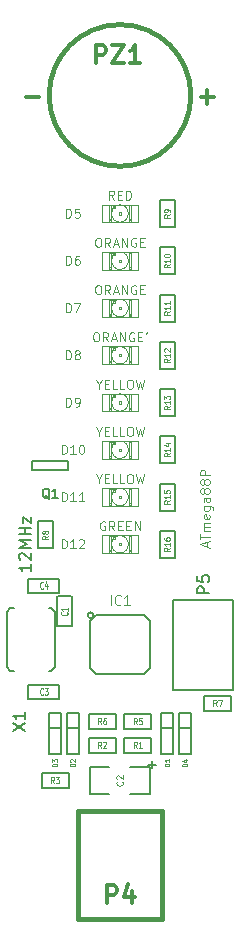
<source format=gto>
G04 (created by PCBNEW (2013-mar-13)-testing) date Tue 11 Jun 2013 07:31:46 PM NZST*
%MOIN*%
G04 Gerber Fmt 3.4, Leading zero omitted, Abs format*
%FSLAX34Y34*%
G01*
G70*
G90*
G04 APERTURE LIST*
%ADD10C,0.005906*%
%ADD11C,0.008000*%
%ADD12C,0.005000*%
%ADD13C,0.002600*%
%ADD14C,0.004000*%
%ADD15C,0.007874*%
%ADD16C,0.015000*%
%ADD17C,0.003900*%
%ADD18C,0.004300*%
%ADD19C,0.003500*%
%ADD20C,0.003937*%
%ADD21C,0.012000*%
%ADD22C,0.004500*%
%ADD23C,0.007500*%
G04 APERTURE END LIST*
G54D10*
G54D11*
X35251Y-38460D02*
X35251Y-41460D01*
X33251Y-41460D02*
X33251Y-38460D01*
X33251Y-38460D02*
X35251Y-38460D01*
X35251Y-41460D02*
X33251Y-41460D01*
G54D12*
X29881Y-39350D02*
X29881Y-38346D01*
X29409Y-38326D02*
X29409Y-39350D01*
X29409Y-39350D02*
X29881Y-39350D01*
X29413Y-38337D02*
X29873Y-38337D01*
X32566Y-43848D02*
X32566Y-44088D01*
X32686Y-43968D02*
X32436Y-43968D01*
X30496Y-44038D02*
X30496Y-44938D01*
X30496Y-44938D02*
X31146Y-44938D01*
X31846Y-44038D02*
X32496Y-44038D01*
X32496Y-44038D02*
X32496Y-44938D01*
X32496Y-44938D02*
X31846Y-44938D01*
X31146Y-44038D02*
X30496Y-44038D01*
X29449Y-41299D02*
X28445Y-41299D01*
X28425Y-41771D02*
X29449Y-41771D01*
X29449Y-41771D02*
X29449Y-41299D01*
X28436Y-41767D02*
X28436Y-41307D01*
X29449Y-37756D02*
X28445Y-37756D01*
X28425Y-38228D02*
X29449Y-38228D01*
X29449Y-38228D02*
X29449Y-37756D01*
X28436Y-38224D02*
X28436Y-37764D01*
G54D13*
X31535Y-25551D02*
X31457Y-25551D01*
X31457Y-25551D02*
X31457Y-25629D01*
X31535Y-25629D02*
X31457Y-25629D01*
X31535Y-25551D02*
X31535Y-25629D01*
X31319Y-25315D02*
X31182Y-25315D01*
X31182Y-25315D02*
X31182Y-25413D01*
X31319Y-25413D02*
X31182Y-25413D01*
X31319Y-25315D02*
X31319Y-25413D01*
X31182Y-25315D02*
X31142Y-25315D01*
X31142Y-25315D02*
X31142Y-25786D01*
X31182Y-25786D02*
X31142Y-25786D01*
X31182Y-25315D02*
X31182Y-25786D01*
X31182Y-25806D02*
X31142Y-25806D01*
X31142Y-25806D02*
X31142Y-25865D01*
X31182Y-25865D02*
X31142Y-25865D01*
X31182Y-25806D02*
X31182Y-25865D01*
X31850Y-25315D02*
X31810Y-25315D01*
X31810Y-25315D02*
X31810Y-25786D01*
X31850Y-25786D02*
X31810Y-25786D01*
X31850Y-25315D02*
X31850Y-25786D01*
X31850Y-25806D02*
X31810Y-25806D01*
X31810Y-25806D02*
X31810Y-25865D01*
X31850Y-25865D02*
X31810Y-25865D01*
X31850Y-25806D02*
X31850Y-25865D01*
X31319Y-25315D02*
X31260Y-25315D01*
X31260Y-25315D02*
X31260Y-25413D01*
X31319Y-25413D02*
X31260Y-25413D01*
X31319Y-25315D02*
X31319Y-25413D01*
G54D14*
X30886Y-25295D02*
X32106Y-25295D01*
X32106Y-25295D02*
X32106Y-25885D01*
X32106Y-25885D02*
X30886Y-25885D01*
X30886Y-25885D02*
X30886Y-25295D01*
X31711Y-25393D02*
G75*
G03X31280Y-25394I-215J-196D01*
G74*
G01*
X31711Y-25786D02*
G75*
G03X31712Y-25394I-215J196D01*
G74*
G01*
X31280Y-25787D02*
G75*
G03X31712Y-25786I215J196D01*
G74*
G01*
X31280Y-25394D02*
G75*
G03X31280Y-25786I215J-196D01*
G74*
G01*
G54D13*
X31535Y-27126D02*
X31457Y-27126D01*
X31457Y-27126D02*
X31457Y-27204D01*
X31535Y-27204D02*
X31457Y-27204D01*
X31535Y-27126D02*
X31535Y-27204D01*
X31319Y-26890D02*
X31182Y-26890D01*
X31182Y-26890D02*
X31182Y-26988D01*
X31319Y-26988D02*
X31182Y-26988D01*
X31319Y-26890D02*
X31319Y-26988D01*
X31182Y-26890D02*
X31142Y-26890D01*
X31142Y-26890D02*
X31142Y-27361D01*
X31182Y-27361D02*
X31142Y-27361D01*
X31182Y-26890D02*
X31182Y-27361D01*
X31182Y-27381D02*
X31142Y-27381D01*
X31142Y-27381D02*
X31142Y-27440D01*
X31182Y-27440D02*
X31142Y-27440D01*
X31182Y-27381D02*
X31182Y-27440D01*
X31850Y-26890D02*
X31810Y-26890D01*
X31810Y-26890D02*
X31810Y-27361D01*
X31850Y-27361D02*
X31810Y-27361D01*
X31850Y-26890D02*
X31850Y-27361D01*
X31850Y-27381D02*
X31810Y-27381D01*
X31810Y-27381D02*
X31810Y-27440D01*
X31850Y-27440D02*
X31810Y-27440D01*
X31850Y-27381D02*
X31850Y-27440D01*
X31319Y-26890D02*
X31260Y-26890D01*
X31260Y-26890D02*
X31260Y-26988D01*
X31319Y-26988D02*
X31260Y-26988D01*
X31319Y-26890D02*
X31319Y-26988D01*
G54D14*
X30886Y-26870D02*
X32106Y-26870D01*
X32106Y-26870D02*
X32106Y-27460D01*
X32106Y-27460D02*
X30886Y-27460D01*
X30886Y-27460D02*
X30886Y-26870D01*
X31711Y-26968D02*
G75*
G03X31280Y-26969I-215J-196D01*
G74*
G01*
X31711Y-27361D02*
G75*
G03X31712Y-26969I-215J196D01*
G74*
G01*
X31280Y-27361D02*
G75*
G03X31712Y-27361I215J196D01*
G74*
G01*
X31280Y-26969D02*
G75*
G03X31280Y-27361I215J-196D01*
G74*
G01*
G54D13*
X31535Y-28701D02*
X31457Y-28701D01*
X31457Y-28701D02*
X31457Y-28779D01*
X31535Y-28779D02*
X31457Y-28779D01*
X31535Y-28701D02*
X31535Y-28779D01*
X31319Y-28465D02*
X31182Y-28465D01*
X31182Y-28465D02*
X31182Y-28563D01*
X31319Y-28563D02*
X31182Y-28563D01*
X31319Y-28465D02*
X31319Y-28563D01*
X31182Y-28465D02*
X31142Y-28465D01*
X31142Y-28465D02*
X31142Y-28936D01*
X31182Y-28936D02*
X31142Y-28936D01*
X31182Y-28465D02*
X31182Y-28936D01*
X31182Y-28956D02*
X31142Y-28956D01*
X31142Y-28956D02*
X31142Y-29015D01*
X31182Y-29015D02*
X31142Y-29015D01*
X31182Y-28956D02*
X31182Y-29015D01*
X31850Y-28465D02*
X31810Y-28465D01*
X31810Y-28465D02*
X31810Y-28936D01*
X31850Y-28936D02*
X31810Y-28936D01*
X31850Y-28465D02*
X31850Y-28936D01*
X31850Y-28956D02*
X31810Y-28956D01*
X31810Y-28956D02*
X31810Y-29015D01*
X31850Y-29015D02*
X31810Y-29015D01*
X31850Y-28956D02*
X31850Y-29015D01*
X31319Y-28465D02*
X31260Y-28465D01*
X31260Y-28465D02*
X31260Y-28563D01*
X31319Y-28563D02*
X31260Y-28563D01*
X31319Y-28465D02*
X31319Y-28563D01*
G54D14*
X30886Y-28445D02*
X32106Y-28445D01*
X32106Y-28445D02*
X32106Y-29035D01*
X32106Y-29035D02*
X30886Y-29035D01*
X30886Y-29035D02*
X30886Y-28445D01*
X31711Y-28543D02*
G75*
G03X31280Y-28544I-215J-196D01*
G74*
G01*
X31711Y-28936D02*
G75*
G03X31712Y-28544I-215J196D01*
G74*
G01*
X31280Y-28936D02*
G75*
G03X31712Y-28936I215J196D01*
G74*
G01*
X31280Y-28543D02*
G75*
G03X31280Y-28936I215J-196D01*
G74*
G01*
G54D13*
X31535Y-30275D02*
X31457Y-30275D01*
X31457Y-30275D02*
X31457Y-30353D01*
X31535Y-30353D02*
X31457Y-30353D01*
X31535Y-30275D02*
X31535Y-30353D01*
X31319Y-30039D02*
X31182Y-30039D01*
X31182Y-30039D02*
X31182Y-30137D01*
X31319Y-30137D02*
X31182Y-30137D01*
X31319Y-30039D02*
X31319Y-30137D01*
X31182Y-30039D02*
X31142Y-30039D01*
X31142Y-30039D02*
X31142Y-30510D01*
X31182Y-30510D02*
X31142Y-30510D01*
X31182Y-30039D02*
X31182Y-30510D01*
X31182Y-30530D02*
X31142Y-30530D01*
X31142Y-30530D02*
X31142Y-30589D01*
X31182Y-30589D02*
X31142Y-30589D01*
X31182Y-30530D02*
X31182Y-30589D01*
X31850Y-30039D02*
X31810Y-30039D01*
X31810Y-30039D02*
X31810Y-30510D01*
X31850Y-30510D02*
X31810Y-30510D01*
X31850Y-30039D02*
X31850Y-30510D01*
X31850Y-30530D02*
X31810Y-30530D01*
X31810Y-30530D02*
X31810Y-30589D01*
X31850Y-30589D02*
X31810Y-30589D01*
X31850Y-30530D02*
X31850Y-30589D01*
X31319Y-30039D02*
X31260Y-30039D01*
X31260Y-30039D02*
X31260Y-30137D01*
X31319Y-30137D02*
X31260Y-30137D01*
X31319Y-30039D02*
X31319Y-30137D01*
G54D14*
X30886Y-30019D02*
X32106Y-30019D01*
X32106Y-30019D02*
X32106Y-30609D01*
X32106Y-30609D02*
X30886Y-30609D01*
X30886Y-30609D02*
X30886Y-30019D01*
X31711Y-30118D02*
G75*
G03X31280Y-30118I-215J-196D01*
G74*
G01*
X31711Y-30511D02*
G75*
G03X31712Y-30118I-215J196D01*
G74*
G01*
X31280Y-30511D02*
G75*
G03X31712Y-30510I215J196D01*
G74*
G01*
X31280Y-30118D02*
G75*
G03X31280Y-30510I215J-196D01*
G74*
G01*
G54D13*
X31535Y-31850D02*
X31457Y-31850D01*
X31457Y-31850D02*
X31457Y-31928D01*
X31535Y-31928D02*
X31457Y-31928D01*
X31535Y-31850D02*
X31535Y-31928D01*
X31319Y-31614D02*
X31182Y-31614D01*
X31182Y-31614D02*
X31182Y-31712D01*
X31319Y-31712D02*
X31182Y-31712D01*
X31319Y-31614D02*
X31319Y-31712D01*
X31182Y-31614D02*
X31142Y-31614D01*
X31142Y-31614D02*
X31142Y-32085D01*
X31182Y-32085D02*
X31142Y-32085D01*
X31182Y-31614D02*
X31182Y-32085D01*
X31182Y-32105D02*
X31142Y-32105D01*
X31142Y-32105D02*
X31142Y-32164D01*
X31182Y-32164D02*
X31142Y-32164D01*
X31182Y-32105D02*
X31182Y-32164D01*
X31850Y-31614D02*
X31810Y-31614D01*
X31810Y-31614D02*
X31810Y-32085D01*
X31850Y-32085D02*
X31810Y-32085D01*
X31850Y-31614D02*
X31850Y-32085D01*
X31850Y-32105D02*
X31810Y-32105D01*
X31810Y-32105D02*
X31810Y-32164D01*
X31850Y-32164D02*
X31810Y-32164D01*
X31850Y-32105D02*
X31850Y-32164D01*
X31319Y-31614D02*
X31260Y-31614D01*
X31260Y-31614D02*
X31260Y-31712D01*
X31319Y-31712D02*
X31260Y-31712D01*
X31319Y-31614D02*
X31319Y-31712D01*
G54D14*
X30886Y-31594D02*
X32106Y-31594D01*
X32106Y-31594D02*
X32106Y-32184D01*
X32106Y-32184D02*
X30886Y-32184D01*
X30886Y-32184D02*
X30886Y-31594D01*
X31711Y-31693D02*
G75*
G03X31280Y-31693I-215J-196D01*
G74*
G01*
X31711Y-32085D02*
G75*
G03X31712Y-31693I-215J196D01*
G74*
G01*
X31280Y-32086D02*
G75*
G03X31712Y-32085I215J196D01*
G74*
G01*
X31280Y-31693D02*
G75*
G03X31280Y-32085I215J-196D01*
G74*
G01*
G54D13*
X31535Y-33425D02*
X31457Y-33425D01*
X31457Y-33425D02*
X31457Y-33503D01*
X31535Y-33503D02*
X31457Y-33503D01*
X31535Y-33425D02*
X31535Y-33503D01*
X31319Y-33189D02*
X31182Y-33189D01*
X31182Y-33189D02*
X31182Y-33287D01*
X31319Y-33287D02*
X31182Y-33287D01*
X31319Y-33189D02*
X31319Y-33287D01*
X31182Y-33189D02*
X31142Y-33189D01*
X31142Y-33189D02*
X31142Y-33660D01*
X31182Y-33660D02*
X31142Y-33660D01*
X31182Y-33189D02*
X31182Y-33660D01*
X31182Y-33680D02*
X31142Y-33680D01*
X31142Y-33680D02*
X31142Y-33739D01*
X31182Y-33739D02*
X31142Y-33739D01*
X31182Y-33680D02*
X31182Y-33739D01*
X31850Y-33189D02*
X31810Y-33189D01*
X31810Y-33189D02*
X31810Y-33660D01*
X31850Y-33660D02*
X31810Y-33660D01*
X31850Y-33189D02*
X31850Y-33660D01*
X31850Y-33680D02*
X31810Y-33680D01*
X31810Y-33680D02*
X31810Y-33739D01*
X31850Y-33739D02*
X31810Y-33739D01*
X31850Y-33680D02*
X31850Y-33739D01*
X31319Y-33189D02*
X31260Y-33189D01*
X31260Y-33189D02*
X31260Y-33287D01*
X31319Y-33287D02*
X31260Y-33287D01*
X31319Y-33189D02*
X31319Y-33287D01*
G54D14*
X30886Y-33169D02*
X32106Y-33169D01*
X32106Y-33169D02*
X32106Y-33759D01*
X32106Y-33759D02*
X30886Y-33759D01*
X30886Y-33759D02*
X30886Y-33169D01*
X31711Y-33267D02*
G75*
G03X31280Y-33268I-215J-196D01*
G74*
G01*
X31711Y-33660D02*
G75*
G03X31712Y-33268I-215J196D01*
G74*
G01*
X31280Y-33661D02*
G75*
G03X31712Y-33660I215J196D01*
G74*
G01*
X31280Y-33268D02*
G75*
G03X31280Y-33660I215J-196D01*
G74*
G01*
G54D13*
X31535Y-35000D02*
X31457Y-35000D01*
X31457Y-35000D02*
X31457Y-35078D01*
X31535Y-35078D02*
X31457Y-35078D01*
X31535Y-35000D02*
X31535Y-35078D01*
X31319Y-34764D02*
X31182Y-34764D01*
X31182Y-34764D02*
X31182Y-34862D01*
X31319Y-34862D02*
X31182Y-34862D01*
X31319Y-34764D02*
X31319Y-34862D01*
X31182Y-34764D02*
X31142Y-34764D01*
X31142Y-34764D02*
X31142Y-35235D01*
X31182Y-35235D02*
X31142Y-35235D01*
X31182Y-34764D02*
X31182Y-35235D01*
X31182Y-35255D02*
X31142Y-35255D01*
X31142Y-35255D02*
X31142Y-35314D01*
X31182Y-35314D02*
X31142Y-35314D01*
X31182Y-35255D02*
X31182Y-35314D01*
X31850Y-34764D02*
X31810Y-34764D01*
X31810Y-34764D02*
X31810Y-35235D01*
X31850Y-35235D02*
X31810Y-35235D01*
X31850Y-34764D02*
X31850Y-35235D01*
X31850Y-35255D02*
X31810Y-35255D01*
X31810Y-35255D02*
X31810Y-35314D01*
X31850Y-35314D02*
X31810Y-35314D01*
X31850Y-35255D02*
X31850Y-35314D01*
X31319Y-34764D02*
X31260Y-34764D01*
X31260Y-34764D02*
X31260Y-34862D01*
X31319Y-34862D02*
X31260Y-34862D01*
X31319Y-34764D02*
X31319Y-34862D01*
G54D14*
X30886Y-34744D02*
X32106Y-34744D01*
X32106Y-34744D02*
X32106Y-35334D01*
X32106Y-35334D02*
X30886Y-35334D01*
X30886Y-35334D02*
X30886Y-34744D01*
X31711Y-34842D02*
G75*
G03X31280Y-34843I-215J-196D01*
G74*
G01*
X31711Y-35235D02*
G75*
G03X31712Y-34843I-215J196D01*
G74*
G01*
X31280Y-35235D02*
G75*
G03X31712Y-35235I215J196D01*
G74*
G01*
X31280Y-34843D02*
G75*
G03X31280Y-35235I215J-196D01*
G74*
G01*
G54D13*
X31535Y-36575D02*
X31457Y-36575D01*
X31457Y-36575D02*
X31457Y-36653D01*
X31535Y-36653D02*
X31457Y-36653D01*
X31535Y-36575D02*
X31535Y-36653D01*
X31319Y-36339D02*
X31182Y-36339D01*
X31182Y-36339D02*
X31182Y-36437D01*
X31319Y-36437D02*
X31182Y-36437D01*
X31319Y-36339D02*
X31319Y-36437D01*
X31182Y-36339D02*
X31142Y-36339D01*
X31142Y-36339D02*
X31142Y-36810D01*
X31182Y-36810D02*
X31142Y-36810D01*
X31182Y-36339D02*
X31182Y-36810D01*
X31182Y-36830D02*
X31142Y-36830D01*
X31142Y-36830D02*
X31142Y-36889D01*
X31182Y-36889D02*
X31142Y-36889D01*
X31182Y-36830D02*
X31182Y-36889D01*
X31850Y-36339D02*
X31810Y-36339D01*
X31810Y-36339D02*
X31810Y-36810D01*
X31850Y-36810D02*
X31810Y-36810D01*
X31850Y-36339D02*
X31850Y-36810D01*
X31850Y-36830D02*
X31810Y-36830D01*
X31810Y-36830D02*
X31810Y-36889D01*
X31850Y-36889D02*
X31810Y-36889D01*
X31850Y-36830D02*
X31850Y-36889D01*
X31319Y-36339D02*
X31260Y-36339D01*
X31260Y-36339D02*
X31260Y-36437D01*
X31319Y-36437D02*
X31260Y-36437D01*
X31319Y-36339D02*
X31319Y-36437D01*
G54D14*
X30886Y-36319D02*
X32106Y-36319D01*
X32106Y-36319D02*
X32106Y-36909D01*
X32106Y-36909D02*
X30886Y-36909D01*
X30886Y-36909D02*
X30886Y-36319D01*
X31711Y-36417D02*
G75*
G03X31280Y-36418I-215J-196D01*
G74*
G01*
X31711Y-36810D02*
G75*
G03X31712Y-36418I-215J196D01*
G74*
G01*
X31280Y-36810D02*
G75*
G03X31712Y-36810I215J196D01*
G74*
G01*
X31280Y-36417D02*
G75*
G03X31280Y-36810I215J-196D01*
G74*
G01*
G54D15*
X30610Y-38976D02*
G75*
G03X30610Y-38976I-98J0D01*
G74*
G01*
X30708Y-38976D02*
X32283Y-38976D01*
X32283Y-38976D02*
X32480Y-39173D01*
X32480Y-39173D02*
X32480Y-40748D01*
X32480Y-40748D02*
X32283Y-40944D01*
X32283Y-40944D02*
X30708Y-40944D01*
X30708Y-40944D02*
X30511Y-40748D01*
X30511Y-40748D02*
X30511Y-39173D01*
X30511Y-39173D02*
X30708Y-38976D01*
G54D16*
X32894Y-45492D02*
X30098Y-45492D01*
X30098Y-45492D02*
X30098Y-49114D01*
X30098Y-49114D02*
X32894Y-49114D01*
X32894Y-49114D02*
X32894Y-45492D01*
X33858Y-21653D02*
G75*
G03X33858Y-21653I-2362J0D01*
G74*
G01*
G54D12*
X32536Y-43557D02*
X31636Y-43557D01*
X31636Y-43557D02*
X31636Y-43057D01*
X31636Y-43057D02*
X32536Y-43057D01*
X32536Y-43057D02*
X32536Y-43557D01*
X30455Y-43057D02*
X31355Y-43057D01*
X31355Y-43057D02*
X31355Y-43557D01*
X31355Y-43557D02*
X30455Y-43557D01*
X30455Y-43557D02*
X30455Y-43057D01*
X29780Y-44738D02*
X28880Y-44738D01*
X28880Y-44738D02*
X28880Y-44238D01*
X28880Y-44238D02*
X29780Y-44238D01*
X29780Y-44238D02*
X29780Y-44738D01*
X31636Y-42269D02*
X32536Y-42269D01*
X32536Y-42269D02*
X32536Y-42769D01*
X32536Y-42769D02*
X31636Y-42769D01*
X31636Y-42769D02*
X31636Y-42269D01*
X31355Y-42769D02*
X30455Y-42769D01*
X30455Y-42769D02*
X30455Y-42269D01*
X30455Y-42269D02*
X31355Y-42269D01*
X31355Y-42269D02*
X31355Y-42769D01*
X34294Y-41659D02*
X35194Y-41659D01*
X35194Y-41659D02*
X35194Y-42159D01*
X35194Y-42159D02*
X34294Y-42159D01*
X34294Y-42159D02*
X34294Y-41659D01*
X29265Y-35849D02*
X29265Y-36749D01*
X29265Y-36749D02*
X28765Y-36749D01*
X28765Y-36749D02*
X28765Y-35849D01*
X28765Y-35849D02*
X29265Y-35849D01*
X33320Y-25140D02*
X33320Y-26040D01*
X33320Y-26040D02*
X32820Y-26040D01*
X32820Y-26040D02*
X32820Y-25140D01*
X32820Y-25140D02*
X33320Y-25140D01*
X33320Y-26715D02*
X33320Y-27615D01*
X33320Y-27615D02*
X32820Y-27615D01*
X32820Y-27615D02*
X32820Y-26715D01*
X32820Y-26715D02*
X33320Y-26715D01*
X33320Y-28290D02*
X33320Y-29190D01*
X33320Y-29190D02*
X32820Y-29190D01*
X32820Y-29190D02*
X32820Y-28290D01*
X32820Y-28290D02*
X33320Y-28290D01*
X33320Y-29864D02*
X33320Y-30764D01*
X33320Y-30764D02*
X32820Y-30764D01*
X32820Y-30764D02*
X32820Y-29864D01*
X32820Y-29864D02*
X33320Y-29864D01*
X33320Y-31439D02*
X33320Y-32339D01*
X33320Y-32339D02*
X32820Y-32339D01*
X32820Y-32339D02*
X32820Y-31439D01*
X32820Y-31439D02*
X33320Y-31439D01*
X33320Y-33014D02*
X33320Y-33914D01*
X33320Y-33914D02*
X32820Y-33914D01*
X32820Y-33914D02*
X32820Y-33014D01*
X32820Y-33014D02*
X33320Y-33014D01*
X33320Y-34589D02*
X33320Y-35489D01*
X33320Y-35489D02*
X32820Y-35489D01*
X32820Y-35489D02*
X32820Y-34589D01*
X32820Y-34589D02*
X33320Y-34589D01*
X33320Y-36164D02*
X33320Y-37064D01*
X33320Y-37064D02*
X32820Y-37064D01*
X32820Y-37064D02*
X32820Y-36164D01*
X32820Y-36164D02*
X33320Y-36164D01*
X32870Y-42753D02*
X33270Y-42753D01*
X32870Y-43613D02*
X32870Y-42233D01*
X32870Y-42233D02*
X33270Y-42233D01*
X33270Y-42233D02*
X33270Y-43613D01*
X33270Y-43613D02*
X32870Y-43613D01*
X29721Y-42753D02*
X30121Y-42753D01*
X29721Y-43613D02*
X29721Y-42233D01*
X29721Y-42233D02*
X30121Y-42233D01*
X30121Y-42233D02*
X30121Y-43613D01*
X30121Y-43613D02*
X29721Y-43613D01*
X29130Y-42753D02*
X29530Y-42753D01*
X29130Y-43613D02*
X29130Y-42233D01*
X29130Y-42233D02*
X29530Y-42233D01*
X29530Y-42233D02*
X29530Y-43613D01*
X29530Y-43613D02*
X29130Y-43613D01*
X33461Y-42753D02*
X33861Y-42753D01*
X33461Y-43613D02*
X33461Y-42233D01*
X33461Y-42233D02*
X33861Y-42233D01*
X33861Y-42233D02*
X33861Y-43613D01*
X33861Y-43613D02*
X33461Y-43613D01*
G54D10*
X27834Y-40826D02*
X27952Y-40826D01*
X27834Y-38740D02*
X27952Y-38740D01*
X29212Y-38740D02*
X29133Y-38740D01*
X29212Y-40826D02*
X29133Y-40826D01*
X29212Y-38740D02*
X29330Y-38858D01*
X29330Y-38858D02*
X29330Y-40708D01*
X29330Y-40708D02*
X29212Y-40826D01*
X27834Y-40826D02*
X27716Y-40708D01*
X27716Y-40708D02*
X27716Y-38858D01*
X27716Y-38858D02*
X27834Y-38740D01*
G54D12*
X29773Y-34126D02*
X28573Y-34126D01*
X28573Y-34126D02*
X28573Y-33826D01*
X28573Y-33826D02*
X29773Y-33826D01*
X29773Y-33826D02*
X29773Y-34126D01*
G54D11*
X34472Y-38247D02*
X34072Y-38247D01*
X34072Y-38095D01*
X34091Y-38057D01*
X34110Y-38038D01*
X34148Y-38019D01*
X34205Y-38019D01*
X34243Y-38038D01*
X34262Y-38057D01*
X34281Y-38095D01*
X34281Y-38247D01*
X34072Y-37657D02*
X34072Y-37847D01*
X34262Y-37867D01*
X34243Y-37847D01*
X34224Y-37809D01*
X34224Y-37714D01*
X34243Y-37676D01*
X34262Y-37657D01*
X34300Y-37638D01*
X34396Y-37638D01*
X34434Y-37657D01*
X34453Y-37676D01*
X34472Y-37714D01*
X34472Y-37809D01*
X34453Y-37847D01*
X34434Y-37867D01*
G54D17*
X29731Y-38884D02*
X29743Y-38892D01*
X29754Y-38914D01*
X29754Y-38929D01*
X29743Y-38952D01*
X29720Y-38966D01*
X29697Y-38974D01*
X29651Y-38981D01*
X29616Y-38981D01*
X29571Y-38974D01*
X29548Y-38966D01*
X29525Y-38952D01*
X29513Y-38929D01*
X29513Y-38914D01*
X29525Y-38892D01*
X29536Y-38884D01*
X29754Y-38735D02*
X29754Y-38824D01*
X29754Y-38780D02*
X29513Y-38780D01*
X29548Y-38795D01*
X29571Y-38809D01*
X29582Y-38824D01*
G54D18*
X31573Y-44524D02*
X31583Y-44534D01*
X31594Y-44565D01*
X31594Y-44586D01*
X31583Y-44617D01*
X31563Y-44638D01*
X31542Y-44648D01*
X31501Y-44658D01*
X31470Y-44658D01*
X31428Y-44648D01*
X31408Y-44638D01*
X31387Y-44617D01*
X31377Y-44586D01*
X31377Y-44565D01*
X31387Y-44534D01*
X31397Y-44524D01*
X31397Y-44441D02*
X31387Y-44431D01*
X31377Y-44410D01*
X31377Y-44359D01*
X31387Y-44338D01*
X31397Y-44328D01*
X31418Y-44317D01*
X31439Y-44317D01*
X31470Y-44328D01*
X31594Y-44452D01*
X31594Y-44317D01*
G54D17*
X28930Y-41621D02*
X28923Y-41632D01*
X28900Y-41644D01*
X28885Y-41644D01*
X28863Y-41632D01*
X28848Y-41610D01*
X28841Y-41587D01*
X28833Y-41541D01*
X28833Y-41506D01*
X28841Y-41460D01*
X28848Y-41437D01*
X28863Y-41414D01*
X28885Y-41403D01*
X28900Y-41403D01*
X28923Y-41414D01*
X28930Y-41426D01*
X28983Y-41403D02*
X29080Y-41403D01*
X29028Y-41495D01*
X29050Y-41495D01*
X29065Y-41506D01*
X29072Y-41518D01*
X29080Y-41541D01*
X29080Y-41598D01*
X29072Y-41621D01*
X29065Y-41632D01*
X29050Y-41644D01*
X29005Y-41644D01*
X28990Y-41632D01*
X28983Y-41621D01*
X28930Y-38078D02*
X28923Y-38089D01*
X28900Y-38101D01*
X28885Y-38101D01*
X28863Y-38089D01*
X28848Y-38066D01*
X28841Y-38043D01*
X28833Y-37997D01*
X28833Y-37963D01*
X28841Y-37917D01*
X28848Y-37894D01*
X28863Y-37871D01*
X28885Y-37860D01*
X28900Y-37860D01*
X28923Y-37871D01*
X28930Y-37883D01*
X29065Y-37940D02*
X29065Y-38101D01*
X29028Y-37848D02*
X28990Y-38020D01*
X29087Y-38020D01*
G54D19*
X29699Y-25726D02*
X29699Y-25426D01*
X29771Y-25426D01*
X29814Y-25440D01*
X29842Y-25469D01*
X29856Y-25497D01*
X29871Y-25554D01*
X29871Y-25597D01*
X29856Y-25654D01*
X29842Y-25683D01*
X29814Y-25711D01*
X29771Y-25726D01*
X29699Y-25726D01*
X30142Y-25426D02*
X29999Y-25426D01*
X29985Y-25569D01*
X29999Y-25554D01*
X30028Y-25540D01*
X30099Y-25540D01*
X30128Y-25554D01*
X30142Y-25569D01*
X30156Y-25597D01*
X30156Y-25669D01*
X30142Y-25697D01*
X30128Y-25711D01*
X30099Y-25726D01*
X30028Y-25726D01*
X29999Y-25711D01*
X29985Y-25697D01*
X31303Y-25126D02*
X31203Y-24983D01*
X31131Y-25126D02*
X31131Y-24826D01*
X31246Y-24826D01*
X31274Y-24840D01*
X31288Y-24854D01*
X31303Y-24883D01*
X31303Y-24926D01*
X31288Y-24954D01*
X31274Y-24969D01*
X31246Y-24983D01*
X31131Y-24983D01*
X31431Y-24969D02*
X31531Y-24969D01*
X31574Y-25126D02*
X31431Y-25126D01*
X31431Y-24826D01*
X31574Y-24826D01*
X31703Y-25126D02*
X31703Y-24826D01*
X31774Y-24826D01*
X31817Y-24840D01*
X31846Y-24869D01*
X31860Y-24897D01*
X31874Y-24954D01*
X31874Y-24997D01*
X31860Y-25054D01*
X31846Y-25083D01*
X31817Y-25111D01*
X31774Y-25126D01*
X31703Y-25126D01*
X29699Y-27301D02*
X29699Y-27001D01*
X29771Y-27001D01*
X29814Y-27015D01*
X29842Y-27043D01*
X29856Y-27072D01*
X29871Y-27129D01*
X29871Y-27172D01*
X29856Y-27229D01*
X29842Y-27258D01*
X29814Y-27286D01*
X29771Y-27301D01*
X29699Y-27301D01*
X30128Y-27001D02*
X30071Y-27001D01*
X30042Y-27015D01*
X30028Y-27029D01*
X29999Y-27072D01*
X29985Y-27129D01*
X29985Y-27243D01*
X29999Y-27272D01*
X30014Y-27286D01*
X30042Y-27301D01*
X30099Y-27301D01*
X30128Y-27286D01*
X30142Y-27272D01*
X30156Y-27243D01*
X30156Y-27172D01*
X30142Y-27143D01*
X30128Y-27129D01*
X30099Y-27115D01*
X30042Y-27115D01*
X30014Y-27129D01*
X29999Y-27143D01*
X29985Y-27172D01*
X30746Y-26401D02*
X30803Y-26401D01*
X30831Y-26415D01*
X30860Y-26443D01*
X30874Y-26501D01*
X30874Y-26601D01*
X30860Y-26658D01*
X30831Y-26686D01*
X30803Y-26701D01*
X30746Y-26701D01*
X30717Y-26686D01*
X30688Y-26658D01*
X30674Y-26601D01*
X30674Y-26501D01*
X30688Y-26443D01*
X30717Y-26415D01*
X30746Y-26401D01*
X31174Y-26701D02*
X31074Y-26558D01*
X31003Y-26701D02*
X31003Y-26401D01*
X31117Y-26401D01*
X31146Y-26415D01*
X31160Y-26429D01*
X31174Y-26458D01*
X31174Y-26501D01*
X31160Y-26529D01*
X31146Y-26543D01*
X31117Y-26558D01*
X31003Y-26558D01*
X31288Y-26615D02*
X31431Y-26615D01*
X31260Y-26701D02*
X31360Y-26401D01*
X31460Y-26701D01*
X31560Y-26701D02*
X31560Y-26401D01*
X31731Y-26701D01*
X31731Y-26401D01*
X32031Y-26415D02*
X32003Y-26401D01*
X31960Y-26401D01*
X31917Y-26415D01*
X31888Y-26443D01*
X31874Y-26472D01*
X31860Y-26529D01*
X31860Y-26572D01*
X31874Y-26629D01*
X31888Y-26658D01*
X31917Y-26686D01*
X31960Y-26701D01*
X31988Y-26701D01*
X32031Y-26686D01*
X32046Y-26672D01*
X32046Y-26572D01*
X31988Y-26572D01*
X32174Y-26543D02*
X32274Y-26543D01*
X32317Y-26701D02*
X32174Y-26701D01*
X32174Y-26401D01*
X32317Y-26401D01*
X29699Y-28875D02*
X29699Y-28575D01*
X29771Y-28575D01*
X29814Y-28590D01*
X29842Y-28618D01*
X29856Y-28647D01*
X29871Y-28704D01*
X29871Y-28747D01*
X29856Y-28804D01*
X29842Y-28833D01*
X29814Y-28861D01*
X29771Y-28875D01*
X29699Y-28875D01*
X29971Y-28575D02*
X30171Y-28575D01*
X30042Y-28875D01*
X30746Y-27975D02*
X30803Y-27975D01*
X30831Y-27990D01*
X30860Y-28018D01*
X30874Y-28075D01*
X30874Y-28175D01*
X30860Y-28233D01*
X30831Y-28261D01*
X30803Y-28275D01*
X30746Y-28275D01*
X30717Y-28261D01*
X30688Y-28233D01*
X30674Y-28175D01*
X30674Y-28075D01*
X30688Y-28018D01*
X30717Y-27990D01*
X30746Y-27975D01*
X31174Y-28275D02*
X31074Y-28133D01*
X31003Y-28275D02*
X31003Y-27975D01*
X31117Y-27975D01*
X31146Y-27990D01*
X31160Y-28004D01*
X31174Y-28033D01*
X31174Y-28075D01*
X31160Y-28104D01*
X31146Y-28118D01*
X31117Y-28133D01*
X31003Y-28133D01*
X31288Y-28190D02*
X31431Y-28190D01*
X31260Y-28275D02*
X31360Y-27975D01*
X31460Y-28275D01*
X31560Y-28275D02*
X31560Y-27975D01*
X31731Y-28275D01*
X31731Y-27975D01*
X32031Y-27990D02*
X32003Y-27975D01*
X31960Y-27975D01*
X31917Y-27990D01*
X31888Y-28018D01*
X31874Y-28047D01*
X31860Y-28104D01*
X31860Y-28147D01*
X31874Y-28204D01*
X31888Y-28233D01*
X31917Y-28261D01*
X31960Y-28275D01*
X31988Y-28275D01*
X32031Y-28261D01*
X32046Y-28247D01*
X32046Y-28147D01*
X31988Y-28147D01*
X32174Y-28118D02*
X32274Y-28118D01*
X32317Y-28275D02*
X32174Y-28275D01*
X32174Y-27975D01*
X32317Y-27975D01*
X29699Y-30450D02*
X29699Y-30150D01*
X29771Y-30150D01*
X29814Y-30164D01*
X29842Y-30193D01*
X29856Y-30222D01*
X29871Y-30279D01*
X29871Y-30322D01*
X29856Y-30379D01*
X29842Y-30407D01*
X29814Y-30436D01*
X29771Y-30450D01*
X29699Y-30450D01*
X30042Y-30279D02*
X30014Y-30264D01*
X29999Y-30250D01*
X29985Y-30222D01*
X29985Y-30207D01*
X29999Y-30179D01*
X30014Y-30164D01*
X30042Y-30150D01*
X30099Y-30150D01*
X30128Y-30164D01*
X30142Y-30179D01*
X30156Y-30207D01*
X30156Y-30222D01*
X30142Y-30250D01*
X30128Y-30264D01*
X30099Y-30279D01*
X30042Y-30279D01*
X30014Y-30293D01*
X29999Y-30307D01*
X29985Y-30336D01*
X29985Y-30393D01*
X29999Y-30422D01*
X30014Y-30436D01*
X30042Y-30450D01*
X30099Y-30450D01*
X30128Y-30436D01*
X30142Y-30422D01*
X30156Y-30393D01*
X30156Y-30336D01*
X30142Y-30307D01*
X30128Y-30293D01*
X30099Y-30279D01*
X30674Y-29550D02*
X30731Y-29550D01*
X30760Y-29564D01*
X30788Y-29593D01*
X30803Y-29650D01*
X30803Y-29750D01*
X30788Y-29807D01*
X30760Y-29836D01*
X30731Y-29850D01*
X30674Y-29850D01*
X30646Y-29836D01*
X30617Y-29807D01*
X30603Y-29750D01*
X30603Y-29650D01*
X30617Y-29593D01*
X30646Y-29564D01*
X30674Y-29550D01*
X31103Y-29850D02*
X31003Y-29707D01*
X30931Y-29850D02*
X30931Y-29550D01*
X31046Y-29550D01*
X31074Y-29564D01*
X31088Y-29579D01*
X31103Y-29607D01*
X31103Y-29650D01*
X31088Y-29679D01*
X31074Y-29693D01*
X31046Y-29707D01*
X30931Y-29707D01*
X31217Y-29764D02*
X31360Y-29764D01*
X31188Y-29850D02*
X31288Y-29550D01*
X31388Y-29850D01*
X31488Y-29850D02*
X31488Y-29550D01*
X31660Y-29850D01*
X31660Y-29550D01*
X31960Y-29564D02*
X31931Y-29550D01*
X31888Y-29550D01*
X31846Y-29564D01*
X31817Y-29593D01*
X31803Y-29622D01*
X31788Y-29679D01*
X31788Y-29722D01*
X31803Y-29779D01*
X31817Y-29807D01*
X31846Y-29836D01*
X31888Y-29850D01*
X31917Y-29850D01*
X31960Y-29836D01*
X31974Y-29822D01*
X31974Y-29722D01*
X31917Y-29722D01*
X32103Y-29693D02*
X32203Y-29693D01*
X32246Y-29850D02*
X32103Y-29850D01*
X32103Y-29550D01*
X32246Y-29550D01*
X32388Y-29550D02*
X32360Y-29607D01*
X29699Y-32025D02*
X29699Y-31725D01*
X29771Y-31725D01*
X29814Y-31739D01*
X29842Y-31768D01*
X29856Y-31796D01*
X29871Y-31854D01*
X29871Y-31896D01*
X29856Y-31954D01*
X29842Y-31982D01*
X29814Y-32011D01*
X29771Y-32025D01*
X29699Y-32025D01*
X30014Y-32025D02*
X30071Y-32025D01*
X30099Y-32011D01*
X30114Y-31996D01*
X30142Y-31954D01*
X30156Y-31896D01*
X30156Y-31782D01*
X30142Y-31754D01*
X30128Y-31739D01*
X30099Y-31725D01*
X30042Y-31725D01*
X30014Y-31739D01*
X29999Y-31754D01*
X29985Y-31782D01*
X29985Y-31854D01*
X29999Y-31882D01*
X30014Y-31896D01*
X30042Y-31911D01*
X30099Y-31911D01*
X30128Y-31896D01*
X30142Y-31882D01*
X30156Y-31854D01*
X30788Y-31282D02*
X30788Y-31425D01*
X30688Y-31125D02*
X30788Y-31282D01*
X30888Y-31125D01*
X30988Y-31268D02*
X31088Y-31268D01*
X31131Y-31425D02*
X30988Y-31425D01*
X30988Y-31125D01*
X31131Y-31125D01*
X31403Y-31425D02*
X31260Y-31425D01*
X31260Y-31125D01*
X31646Y-31425D02*
X31503Y-31425D01*
X31503Y-31125D01*
X31803Y-31125D02*
X31860Y-31125D01*
X31888Y-31139D01*
X31917Y-31168D01*
X31931Y-31225D01*
X31931Y-31325D01*
X31917Y-31382D01*
X31888Y-31411D01*
X31860Y-31425D01*
X31803Y-31425D01*
X31774Y-31411D01*
X31746Y-31382D01*
X31731Y-31325D01*
X31731Y-31225D01*
X31746Y-31168D01*
X31774Y-31139D01*
X31803Y-31125D01*
X32031Y-31125D02*
X32103Y-31425D01*
X32160Y-31211D01*
X32217Y-31425D01*
X32288Y-31125D01*
X29556Y-33600D02*
X29556Y-33300D01*
X29628Y-33300D01*
X29671Y-33314D01*
X29699Y-33343D01*
X29714Y-33371D01*
X29728Y-33428D01*
X29728Y-33471D01*
X29714Y-33528D01*
X29699Y-33557D01*
X29671Y-33585D01*
X29628Y-33600D01*
X29556Y-33600D01*
X30014Y-33600D02*
X29842Y-33600D01*
X29928Y-33600D02*
X29928Y-33300D01*
X29899Y-33343D01*
X29871Y-33371D01*
X29842Y-33385D01*
X30199Y-33300D02*
X30228Y-33300D01*
X30256Y-33314D01*
X30271Y-33328D01*
X30285Y-33357D01*
X30299Y-33414D01*
X30299Y-33485D01*
X30285Y-33543D01*
X30271Y-33571D01*
X30256Y-33585D01*
X30228Y-33600D01*
X30199Y-33600D01*
X30171Y-33585D01*
X30156Y-33571D01*
X30142Y-33543D01*
X30128Y-33485D01*
X30128Y-33414D01*
X30142Y-33357D01*
X30156Y-33328D01*
X30171Y-33314D01*
X30199Y-33300D01*
X30788Y-32857D02*
X30788Y-33000D01*
X30688Y-32700D02*
X30788Y-32857D01*
X30888Y-32700D01*
X30988Y-32843D02*
X31088Y-32843D01*
X31131Y-33000D02*
X30988Y-33000D01*
X30988Y-32700D01*
X31131Y-32700D01*
X31403Y-33000D02*
X31260Y-33000D01*
X31260Y-32700D01*
X31646Y-33000D02*
X31503Y-33000D01*
X31503Y-32700D01*
X31803Y-32700D02*
X31860Y-32700D01*
X31888Y-32714D01*
X31917Y-32743D01*
X31931Y-32800D01*
X31931Y-32900D01*
X31917Y-32957D01*
X31888Y-32985D01*
X31860Y-33000D01*
X31803Y-33000D01*
X31774Y-32985D01*
X31746Y-32957D01*
X31731Y-32900D01*
X31731Y-32800D01*
X31746Y-32743D01*
X31774Y-32714D01*
X31803Y-32700D01*
X32031Y-32700D02*
X32103Y-33000D01*
X32160Y-32785D01*
X32217Y-33000D01*
X32288Y-32700D01*
X29556Y-35175D02*
X29556Y-34875D01*
X29628Y-34875D01*
X29671Y-34889D01*
X29699Y-34917D01*
X29714Y-34946D01*
X29728Y-35003D01*
X29728Y-35046D01*
X29714Y-35103D01*
X29699Y-35132D01*
X29671Y-35160D01*
X29628Y-35175D01*
X29556Y-35175D01*
X30014Y-35175D02*
X29842Y-35175D01*
X29928Y-35175D02*
X29928Y-34875D01*
X29899Y-34917D01*
X29871Y-34946D01*
X29842Y-34960D01*
X30299Y-35175D02*
X30128Y-35175D01*
X30214Y-35175D02*
X30214Y-34875D01*
X30185Y-34917D01*
X30156Y-34946D01*
X30128Y-34960D01*
X30788Y-34432D02*
X30788Y-34575D01*
X30688Y-34275D02*
X30788Y-34432D01*
X30888Y-34275D01*
X30988Y-34417D02*
X31088Y-34417D01*
X31131Y-34575D02*
X30988Y-34575D01*
X30988Y-34275D01*
X31131Y-34275D01*
X31403Y-34575D02*
X31260Y-34575D01*
X31260Y-34275D01*
X31646Y-34575D02*
X31503Y-34575D01*
X31503Y-34275D01*
X31803Y-34275D02*
X31860Y-34275D01*
X31888Y-34289D01*
X31917Y-34317D01*
X31931Y-34375D01*
X31931Y-34475D01*
X31917Y-34532D01*
X31888Y-34560D01*
X31860Y-34575D01*
X31803Y-34575D01*
X31774Y-34560D01*
X31746Y-34532D01*
X31731Y-34475D01*
X31731Y-34375D01*
X31746Y-34317D01*
X31774Y-34289D01*
X31803Y-34275D01*
X32031Y-34275D02*
X32103Y-34575D01*
X32160Y-34360D01*
X32217Y-34575D01*
X32288Y-34275D01*
X29556Y-36749D02*
X29556Y-36449D01*
X29628Y-36449D01*
X29671Y-36464D01*
X29699Y-36492D01*
X29714Y-36521D01*
X29728Y-36578D01*
X29728Y-36621D01*
X29714Y-36678D01*
X29699Y-36707D01*
X29671Y-36735D01*
X29628Y-36749D01*
X29556Y-36749D01*
X30014Y-36749D02*
X29842Y-36749D01*
X29928Y-36749D02*
X29928Y-36449D01*
X29899Y-36492D01*
X29871Y-36521D01*
X29842Y-36535D01*
X30128Y-36478D02*
X30142Y-36464D01*
X30171Y-36449D01*
X30242Y-36449D01*
X30271Y-36464D01*
X30285Y-36478D01*
X30299Y-36507D01*
X30299Y-36535D01*
X30285Y-36578D01*
X30114Y-36749D01*
X30299Y-36749D01*
X30996Y-35864D02*
X30967Y-35849D01*
X30924Y-35849D01*
X30881Y-35864D01*
X30853Y-35892D01*
X30838Y-35921D01*
X30824Y-35978D01*
X30824Y-36021D01*
X30838Y-36078D01*
X30853Y-36107D01*
X30881Y-36135D01*
X30924Y-36149D01*
X30953Y-36149D01*
X30996Y-36135D01*
X31010Y-36121D01*
X31010Y-36021D01*
X30953Y-36021D01*
X31310Y-36149D02*
X31210Y-36007D01*
X31138Y-36149D02*
X31138Y-35849D01*
X31253Y-35849D01*
X31281Y-35864D01*
X31296Y-35878D01*
X31310Y-35907D01*
X31310Y-35949D01*
X31296Y-35978D01*
X31281Y-35992D01*
X31253Y-36007D01*
X31138Y-36007D01*
X31438Y-35992D02*
X31538Y-35992D01*
X31581Y-36149D02*
X31438Y-36149D01*
X31438Y-35849D01*
X31581Y-35849D01*
X31710Y-35992D02*
X31810Y-35992D01*
X31853Y-36149D02*
X31710Y-36149D01*
X31710Y-35849D01*
X31853Y-35849D01*
X31981Y-36149D02*
X31981Y-35849D01*
X32153Y-36149D01*
X32153Y-35849D01*
G54D20*
X31188Y-38644D02*
X31188Y-38290D01*
X31518Y-38610D02*
X31503Y-38627D01*
X31458Y-38644D01*
X31428Y-38644D01*
X31383Y-38627D01*
X31353Y-38593D01*
X31338Y-38560D01*
X31323Y-38492D01*
X31323Y-38442D01*
X31338Y-38374D01*
X31353Y-38340D01*
X31383Y-38307D01*
X31428Y-38290D01*
X31458Y-38290D01*
X31503Y-38307D01*
X31518Y-38323D01*
X31818Y-38644D02*
X31638Y-38644D01*
X31728Y-38644D02*
X31728Y-38290D01*
X31698Y-38340D01*
X31668Y-38374D01*
X31638Y-38391D01*
X34402Y-36695D02*
X34402Y-36545D01*
X34492Y-36725D02*
X34177Y-36620D01*
X34492Y-36515D01*
X34177Y-36455D02*
X34177Y-36275D01*
X34492Y-36365D02*
X34177Y-36365D01*
X34492Y-36170D02*
X34282Y-36170D01*
X34312Y-36170D02*
X34297Y-36155D01*
X34282Y-36125D01*
X34282Y-36080D01*
X34297Y-36050D01*
X34327Y-36035D01*
X34492Y-36035D01*
X34327Y-36035D02*
X34297Y-36020D01*
X34282Y-35990D01*
X34282Y-35945D01*
X34297Y-35915D01*
X34327Y-35900D01*
X34492Y-35900D01*
X34477Y-35630D02*
X34492Y-35660D01*
X34492Y-35720D01*
X34477Y-35750D01*
X34447Y-35765D01*
X34327Y-35765D01*
X34297Y-35750D01*
X34282Y-35720D01*
X34282Y-35660D01*
X34297Y-35630D01*
X34327Y-35615D01*
X34357Y-35615D01*
X34387Y-35765D01*
X34282Y-35345D02*
X34537Y-35345D01*
X34567Y-35360D01*
X34582Y-35375D01*
X34597Y-35405D01*
X34597Y-35450D01*
X34582Y-35480D01*
X34477Y-35345D02*
X34492Y-35375D01*
X34492Y-35435D01*
X34477Y-35465D01*
X34462Y-35480D01*
X34432Y-35495D01*
X34342Y-35495D01*
X34312Y-35480D01*
X34297Y-35465D01*
X34282Y-35435D01*
X34282Y-35375D01*
X34297Y-35345D01*
X34492Y-35060D02*
X34327Y-35060D01*
X34297Y-35075D01*
X34282Y-35105D01*
X34282Y-35165D01*
X34297Y-35195D01*
X34477Y-35060D02*
X34492Y-35090D01*
X34492Y-35165D01*
X34477Y-35195D01*
X34447Y-35210D01*
X34417Y-35210D01*
X34387Y-35195D01*
X34372Y-35165D01*
X34372Y-35090D01*
X34357Y-35060D01*
X34312Y-34865D02*
X34297Y-34895D01*
X34282Y-34910D01*
X34252Y-34925D01*
X34237Y-34925D01*
X34207Y-34910D01*
X34192Y-34895D01*
X34177Y-34865D01*
X34177Y-34805D01*
X34192Y-34775D01*
X34207Y-34760D01*
X34237Y-34745D01*
X34252Y-34745D01*
X34282Y-34760D01*
X34297Y-34775D01*
X34312Y-34805D01*
X34312Y-34865D01*
X34327Y-34895D01*
X34342Y-34910D01*
X34372Y-34925D01*
X34432Y-34925D01*
X34462Y-34910D01*
X34477Y-34895D01*
X34492Y-34865D01*
X34492Y-34805D01*
X34477Y-34775D01*
X34462Y-34760D01*
X34432Y-34745D01*
X34372Y-34745D01*
X34342Y-34760D01*
X34327Y-34775D01*
X34312Y-34805D01*
X34312Y-34565D02*
X34297Y-34595D01*
X34282Y-34610D01*
X34252Y-34625D01*
X34237Y-34625D01*
X34207Y-34610D01*
X34192Y-34595D01*
X34177Y-34565D01*
X34177Y-34505D01*
X34192Y-34476D01*
X34207Y-34461D01*
X34237Y-34446D01*
X34252Y-34446D01*
X34282Y-34461D01*
X34297Y-34476D01*
X34312Y-34505D01*
X34312Y-34565D01*
X34327Y-34595D01*
X34342Y-34610D01*
X34372Y-34625D01*
X34432Y-34625D01*
X34462Y-34610D01*
X34477Y-34595D01*
X34492Y-34565D01*
X34492Y-34505D01*
X34477Y-34476D01*
X34462Y-34461D01*
X34432Y-34446D01*
X34372Y-34446D01*
X34342Y-34461D01*
X34327Y-34476D01*
X34312Y-34505D01*
X34492Y-34311D02*
X34177Y-34311D01*
X34177Y-34191D01*
X34192Y-34161D01*
X34207Y-34146D01*
X34237Y-34131D01*
X34282Y-34131D01*
X34312Y-34146D01*
X34327Y-34161D01*
X34342Y-34191D01*
X34342Y-34311D01*
G54D21*
X31053Y-48578D02*
X31053Y-47978D01*
X31281Y-47978D01*
X31338Y-48007D01*
X31367Y-48035D01*
X31396Y-48092D01*
X31396Y-48178D01*
X31367Y-48235D01*
X31338Y-48264D01*
X31281Y-48292D01*
X31053Y-48292D01*
X31910Y-48178D02*
X31910Y-48578D01*
X31767Y-47950D02*
X31624Y-48378D01*
X31996Y-48378D01*
X30688Y-20585D02*
X30688Y-19985D01*
X30917Y-19985D01*
X30974Y-20014D01*
X31002Y-20043D01*
X31031Y-20100D01*
X31031Y-20185D01*
X31002Y-20243D01*
X30974Y-20271D01*
X30917Y-20300D01*
X30688Y-20300D01*
X31231Y-19985D02*
X31631Y-19985D01*
X31231Y-20585D01*
X31631Y-20585D01*
X32174Y-20585D02*
X31831Y-20585D01*
X32002Y-20585D02*
X32002Y-19985D01*
X31945Y-20071D01*
X31888Y-20128D01*
X31831Y-20157D01*
X28354Y-21696D02*
X28811Y-21696D01*
X34180Y-21696D02*
X34637Y-21696D01*
X34409Y-21924D02*
X34409Y-21467D01*
G54D22*
X32056Y-43397D02*
X31996Y-43302D01*
X31953Y-43397D02*
X31953Y-43197D01*
X32022Y-43197D01*
X32039Y-43207D01*
X32048Y-43216D01*
X32056Y-43235D01*
X32056Y-43264D01*
X32048Y-43283D01*
X32039Y-43292D01*
X32022Y-43302D01*
X31953Y-43302D01*
X32228Y-43397D02*
X32125Y-43397D01*
X32176Y-43397D02*
X32176Y-43197D01*
X32159Y-43226D01*
X32142Y-43245D01*
X32125Y-43254D01*
X30875Y-43397D02*
X30815Y-43302D01*
X30772Y-43397D02*
X30772Y-43197D01*
X30841Y-43197D01*
X30858Y-43207D01*
X30866Y-43216D01*
X30875Y-43235D01*
X30875Y-43264D01*
X30866Y-43283D01*
X30858Y-43292D01*
X30841Y-43302D01*
X30772Y-43302D01*
X30944Y-43216D02*
X30952Y-43207D01*
X30969Y-43197D01*
X31012Y-43197D01*
X31029Y-43207D01*
X31038Y-43216D01*
X31046Y-43235D01*
X31046Y-43254D01*
X31038Y-43283D01*
X30935Y-43397D01*
X31046Y-43397D01*
X29300Y-44578D02*
X29240Y-44483D01*
X29197Y-44578D02*
X29197Y-44378D01*
X29266Y-44378D01*
X29283Y-44388D01*
X29292Y-44397D01*
X29300Y-44416D01*
X29300Y-44445D01*
X29292Y-44464D01*
X29283Y-44473D01*
X29266Y-44483D01*
X29197Y-44483D01*
X29360Y-44378D02*
X29472Y-44378D01*
X29412Y-44454D01*
X29437Y-44454D01*
X29454Y-44464D01*
X29463Y-44473D01*
X29472Y-44492D01*
X29472Y-44540D01*
X29463Y-44559D01*
X29454Y-44569D01*
X29437Y-44578D01*
X29386Y-44578D01*
X29369Y-44569D01*
X29360Y-44559D01*
X32056Y-42610D02*
X31996Y-42514D01*
X31953Y-42610D02*
X31953Y-42410D01*
X32022Y-42410D01*
X32039Y-42419D01*
X32048Y-42429D01*
X32056Y-42448D01*
X32056Y-42476D01*
X32048Y-42495D01*
X32039Y-42505D01*
X32022Y-42514D01*
X31953Y-42514D01*
X32219Y-42410D02*
X32133Y-42410D01*
X32125Y-42505D01*
X32133Y-42495D01*
X32150Y-42486D01*
X32193Y-42486D01*
X32210Y-42495D01*
X32219Y-42505D01*
X32228Y-42524D01*
X32228Y-42572D01*
X32219Y-42591D01*
X32210Y-42600D01*
X32193Y-42610D01*
X32150Y-42610D01*
X32133Y-42600D01*
X32125Y-42591D01*
X30875Y-42610D02*
X30815Y-42514D01*
X30772Y-42610D02*
X30772Y-42410D01*
X30841Y-42410D01*
X30858Y-42419D01*
X30866Y-42429D01*
X30875Y-42448D01*
X30875Y-42476D01*
X30866Y-42495D01*
X30858Y-42505D01*
X30841Y-42514D01*
X30772Y-42514D01*
X31029Y-42410D02*
X30995Y-42410D01*
X30978Y-42419D01*
X30969Y-42429D01*
X30952Y-42457D01*
X30944Y-42495D01*
X30944Y-42572D01*
X30952Y-42591D01*
X30961Y-42600D01*
X30978Y-42610D01*
X31012Y-42610D01*
X31029Y-42600D01*
X31038Y-42591D01*
X31046Y-42572D01*
X31046Y-42524D01*
X31038Y-42505D01*
X31029Y-42495D01*
X31012Y-42486D01*
X30978Y-42486D01*
X30961Y-42495D01*
X30952Y-42505D01*
X30944Y-42524D01*
X34714Y-41999D02*
X34654Y-41904D01*
X34611Y-41999D02*
X34611Y-41799D01*
X34679Y-41799D01*
X34696Y-41809D01*
X34705Y-41818D01*
X34714Y-41838D01*
X34714Y-41866D01*
X34705Y-41885D01*
X34696Y-41895D01*
X34679Y-41904D01*
X34611Y-41904D01*
X34774Y-41799D02*
X34894Y-41799D01*
X34816Y-41999D01*
X29106Y-36329D02*
X29010Y-36389D01*
X29106Y-36432D02*
X28906Y-36432D01*
X28906Y-36363D01*
X28915Y-36346D01*
X28925Y-36337D01*
X28944Y-36329D01*
X28972Y-36329D01*
X28991Y-36337D01*
X29001Y-36346D01*
X29010Y-36363D01*
X29010Y-36432D01*
X28991Y-36226D02*
X28982Y-36243D01*
X28972Y-36252D01*
X28953Y-36260D01*
X28944Y-36260D01*
X28925Y-36252D01*
X28915Y-36243D01*
X28906Y-36226D01*
X28906Y-36192D01*
X28915Y-36174D01*
X28925Y-36166D01*
X28944Y-36157D01*
X28953Y-36157D01*
X28972Y-36166D01*
X28982Y-36174D01*
X28991Y-36192D01*
X28991Y-36226D01*
X29001Y-36243D01*
X29010Y-36252D01*
X29030Y-36260D01*
X29068Y-36260D01*
X29087Y-36252D01*
X29096Y-36243D01*
X29106Y-36226D01*
X29106Y-36192D01*
X29096Y-36174D01*
X29087Y-36166D01*
X29068Y-36157D01*
X29030Y-36157D01*
X29010Y-36166D01*
X29001Y-36174D01*
X28991Y-36192D01*
X33161Y-25620D02*
X33066Y-25680D01*
X33161Y-25723D02*
X32961Y-25723D01*
X32961Y-25654D01*
X32970Y-25637D01*
X32980Y-25629D01*
X32999Y-25620D01*
X33028Y-25620D01*
X33047Y-25629D01*
X33056Y-25637D01*
X33066Y-25654D01*
X33066Y-25723D01*
X33161Y-25534D02*
X33161Y-25500D01*
X33151Y-25483D01*
X33142Y-25474D01*
X33113Y-25457D01*
X33075Y-25449D01*
X32999Y-25449D01*
X32980Y-25457D01*
X32970Y-25466D01*
X32961Y-25483D01*
X32961Y-25517D01*
X32970Y-25534D01*
X32980Y-25543D01*
X32999Y-25551D01*
X33047Y-25551D01*
X33066Y-25543D01*
X33075Y-25534D01*
X33085Y-25517D01*
X33085Y-25483D01*
X33075Y-25466D01*
X33066Y-25457D01*
X33047Y-25449D01*
X33161Y-27281D02*
X33066Y-27341D01*
X33161Y-27383D02*
X32961Y-27383D01*
X32961Y-27315D01*
X32970Y-27298D01*
X32980Y-27289D01*
X32999Y-27281D01*
X33028Y-27281D01*
X33047Y-27289D01*
X33056Y-27298D01*
X33066Y-27315D01*
X33066Y-27383D01*
X33161Y-27109D02*
X33161Y-27212D01*
X33161Y-27161D02*
X32961Y-27161D01*
X32989Y-27178D01*
X33008Y-27195D01*
X33018Y-27212D01*
X32961Y-26998D02*
X32961Y-26981D01*
X32970Y-26963D01*
X32980Y-26955D01*
X32999Y-26946D01*
X33037Y-26938D01*
X33085Y-26938D01*
X33123Y-26946D01*
X33142Y-26955D01*
X33151Y-26963D01*
X33161Y-26981D01*
X33161Y-26998D01*
X33151Y-27015D01*
X33142Y-27023D01*
X33123Y-27032D01*
X33085Y-27041D01*
X33037Y-27041D01*
X32999Y-27032D01*
X32980Y-27023D01*
X32970Y-27015D01*
X32961Y-26998D01*
X33161Y-28855D02*
X33066Y-28915D01*
X33161Y-28958D02*
X32961Y-28958D01*
X32961Y-28890D01*
X32970Y-28873D01*
X32980Y-28864D01*
X32999Y-28855D01*
X33028Y-28855D01*
X33047Y-28864D01*
X33056Y-28873D01*
X33066Y-28890D01*
X33066Y-28958D01*
X33161Y-28684D02*
X33161Y-28787D01*
X33161Y-28735D02*
X32961Y-28735D01*
X32989Y-28753D01*
X33008Y-28770D01*
X33018Y-28787D01*
X33161Y-28513D02*
X33161Y-28615D01*
X33161Y-28564D02*
X32961Y-28564D01*
X32989Y-28581D01*
X33008Y-28598D01*
X33018Y-28615D01*
X33161Y-30430D02*
X33066Y-30490D01*
X33161Y-30533D02*
X32961Y-30533D01*
X32961Y-30464D01*
X32970Y-30447D01*
X32980Y-30439D01*
X32999Y-30430D01*
X33028Y-30430D01*
X33047Y-30439D01*
X33056Y-30447D01*
X33066Y-30464D01*
X33066Y-30533D01*
X33161Y-30259D02*
X33161Y-30362D01*
X33161Y-30310D02*
X32961Y-30310D01*
X32989Y-30327D01*
X33008Y-30344D01*
X33018Y-30362D01*
X32980Y-30190D02*
X32970Y-30182D01*
X32961Y-30164D01*
X32961Y-30122D01*
X32970Y-30104D01*
X32980Y-30096D01*
X32999Y-30087D01*
X33018Y-30087D01*
X33047Y-30096D01*
X33161Y-30199D01*
X33161Y-30087D01*
X33161Y-32005D02*
X33066Y-32065D01*
X33161Y-32108D02*
X32961Y-32108D01*
X32961Y-32039D01*
X32970Y-32022D01*
X32980Y-32014D01*
X32999Y-32005D01*
X33028Y-32005D01*
X33047Y-32014D01*
X33056Y-32022D01*
X33066Y-32039D01*
X33066Y-32108D01*
X33161Y-31834D02*
X33161Y-31936D01*
X33161Y-31885D02*
X32961Y-31885D01*
X32989Y-31902D01*
X33008Y-31919D01*
X33018Y-31936D01*
X32961Y-31774D02*
X32961Y-31662D01*
X33037Y-31722D01*
X33037Y-31696D01*
X33047Y-31679D01*
X33056Y-31671D01*
X33075Y-31662D01*
X33123Y-31662D01*
X33142Y-31671D01*
X33151Y-31679D01*
X33161Y-31696D01*
X33161Y-31748D01*
X33151Y-31765D01*
X33142Y-31774D01*
X33161Y-33580D02*
X33066Y-33640D01*
X33161Y-33683D02*
X32961Y-33683D01*
X32961Y-33614D01*
X32970Y-33597D01*
X32980Y-33588D01*
X32999Y-33580D01*
X33028Y-33580D01*
X33047Y-33588D01*
X33056Y-33597D01*
X33066Y-33614D01*
X33066Y-33683D01*
X33161Y-33408D02*
X33161Y-33511D01*
X33161Y-33460D02*
X32961Y-33460D01*
X32989Y-33477D01*
X33008Y-33494D01*
X33018Y-33511D01*
X33028Y-33254D02*
X33161Y-33254D01*
X32951Y-33297D02*
X33094Y-33340D01*
X33094Y-33228D01*
X33161Y-35155D02*
X33066Y-35215D01*
X33161Y-35257D02*
X32961Y-35257D01*
X32961Y-35189D01*
X32970Y-35172D01*
X32980Y-35163D01*
X32999Y-35155D01*
X33028Y-35155D01*
X33047Y-35163D01*
X33056Y-35172D01*
X33066Y-35189D01*
X33066Y-35257D01*
X33161Y-34983D02*
X33161Y-35086D01*
X33161Y-35035D02*
X32961Y-35035D01*
X32989Y-35052D01*
X33008Y-35069D01*
X33018Y-35086D01*
X32961Y-34820D02*
X32961Y-34906D01*
X33056Y-34915D01*
X33047Y-34906D01*
X33037Y-34889D01*
X33037Y-34846D01*
X33047Y-34829D01*
X33056Y-34820D01*
X33075Y-34812D01*
X33123Y-34812D01*
X33142Y-34820D01*
X33151Y-34829D01*
X33161Y-34846D01*
X33161Y-34889D01*
X33151Y-34906D01*
X33142Y-34915D01*
X33161Y-36729D02*
X33066Y-36789D01*
X33161Y-36832D02*
X32961Y-36832D01*
X32961Y-36764D01*
X32970Y-36747D01*
X32980Y-36738D01*
X32999Y-36729D01*
X33028Y-36729D01*
X33047Y-36738D01*
X33056Y-36747D01*
X33066Y-36764D01*
X33066Y-36832D01*
X33161Y-36558D02*
X33161Y-36661D01*
X33161Y-36609D02*
X32961Y-36609D01*
X32989Y-36627D01*
X33008Y-36644D01*
X33018Y-36661D01*
X32961Y-36404D02*
X32961Y-36438D01*
X32970Y-36455D01*
X32980Y-36464D01*
X33008Y-36481D01*
X33047Y-36489D01*
X33123Y-36489D01*
X33142Y-36481D01*
X33151Y-36472D01*
X33161Y-36455D01*
X33161Y-36421D01*
X33151Y-36404D01*
X33142Y-36395D01*
X33123Y-36387D01*
X33075Y-36387D01*
X33056Y-36395D01*
X33047Y-36404D01*
X33037Y-36421D01*
X33037Y-36455D01*
X33047Y-36472D01*
X33056Y-36481D01*
X33075Y-36489D01*
G54D17*
X33141Y-44013D02*
X32984Y-44013D01*
X32984Y-43976D01*
X32992Y-43953D01*
X33007Y-43938D01*
X33022Y-43931D01*
X33052Y-43923D01*
X33074Y-43923D01*
X33104Y-43931D01*
X33119Y-43938D01*
X33134Y-43953D01*
X33141Y-43976D01*
X33141Y-44013D01*
X33141Y-43774D02*
X33141Y-43863D01*
X33141Y-43819D02*
X32984Y-43819D01*
X33007Y-43834D01*
X33022Y-43849D01*
X33029Y-43863D01*
X29992Y-44013D02*
X29835Y-44013D01*
X29835Y-43976D01*
X29842Y-43953D01*
X29857Y-43938D01*
X29872Y-43931D01*
X29902Y-43923D01*
X29924Y-43923D01*
X29954Y-43931D01*
X29969Y-43938D01*
X29984Y-43953D01*
X29992Y-43976D01*
X29992Y-44013D01*
X29850Y-43863D02*
X29842Y-43856D01*
X29835Y-43841D01*
X29835Y-43804D01*
X29842Y-43789D01*
X29850Y-43781D01*
X29865Y-43774D01*
X29880Y-43774D01*
X29902Y-43781D01*
X29992Y-43871D01*
X29992Y-43774D01*
X29401Y-44013D02*
X29244Y-44013D01*
X29244Y-43976D01*
X29252Y-43953D01*
X29267Y-43938D01*
X29282Y-43931D01*
X29312Y-43923D01*
X29334Y-43923D01*
X29364Y-43931D01*
X29379Y-43938D01*
X29394Y-43953D01*
X29401Y-43976D01*
X29401Y-44013D01*
X29244Y-43871D02*
X29244Y-43774D01*
X29304Y-43826D01*
X29304Y-43804D01*
X29312Y-43789D01*
X29319Y-43781D01*
X29334Y-43774D01*
X29371Y-43774D01*
X29386Y-43781D01*
X29394Y-43789D01*
X29401Y-43804D01*
X29401Y-43849D01*
X29394Y-43863D01*
X29386Y-43871D01*
X33732Y-44013D02*
X33575Y-44013D01*
X33575Y-43976D01*
X33582Y-43953D01*
X33597Y-43938D01*
X33612Y-43931D01*
X33642Y-43923D01*
X33665Y-43923D01*
X33695Y-43931D01*
X33710Y-43938D01*
X33724Y-43953D01*
X33732Y-43976D01*
X33732Y-44013D01*
X33627Y-43789D02*
X33732Y-43789D01*
X33567Y-43826D02*
X33680Y-43863D01*
X33680Y-43766D01*
G54D10*
X27934Y-42838D02*
X28327Y-42575D01*
X27934Y-42575D02*
X28327Y-42838D01*
X28327Y-42219D02*
X28327Y-42444D01*
X28327Y-42332D02*
X27934Y-42332D01*
X27990Y-42369D01*
X28027Y-42407D01*
X28046Y-42444D01*
X28524Y-37279D02*
X28524Y-37504D01*
X28524Y-37392D02*
X28130Y-37392D01*
X28187Y-37429D01*
X28224Y-37467D01*
X28243Y-37504D01*
X28168Y-37129D02*
X28149Y-37110D01*
X28130Y-37073D01*
X28130Y-36979D01*
X28149Y-36942D01*
X28168Y-36923D01*
X28205Y-36904D01*
X28243Y-36904D01*
X28299Y-36923D01*
X28524Y-37148D01*
X28524Y-36904D01*
X28524Y-36736D02*
X28130Y-36736D01*
X28412Y-36604D01*
X28130Y-36473D01*
X28524Y-36473D01*
X28524Y-36286D02*
X28130Y-36286D01*
X28318Y-36286D02*
X28318Y-36061D01*
X28524Y-36061D02*
X28130Y-36061D01*
X28262Y-35911D02*
X28262Y-35704D01*
X28524Y-35911D01*
X28524Y-35704D01*
G54D23*
X29144Y-35090D02*
X29116Y-35076D01*
X29087Y-35047D01*
X29044Y-35004D01*
X29016Y-34990D01*
X28987Y-34990D01*
X29001Y-35062D02*
X28973Y-35047D01*
X28944Y-35019D01*
X28930Y-34962D01*
X28930Y-34862D01*
X28944Y-34804D01*
X28973Y-34776D01*
X29001Y-34762D01*
X29058Y-34762D01*
X29087Y-34776D01*
X29116Y-34804D01*
X29130Y-34862D01*
X29130Y-34962D01*
X29116Y-35019D01*
X29087Y-35047D01*
X29058Y-35062D01*
X29001Y-35062D01*
X29416Y-35062D02*
X29244Y-35062D01*
X29330Y-35062D02*
X29330Y-34762D01*
X29301Y-34804D01*
X29273Y-34833D01*
X29244Y-34847D01*
M02*

</source>
